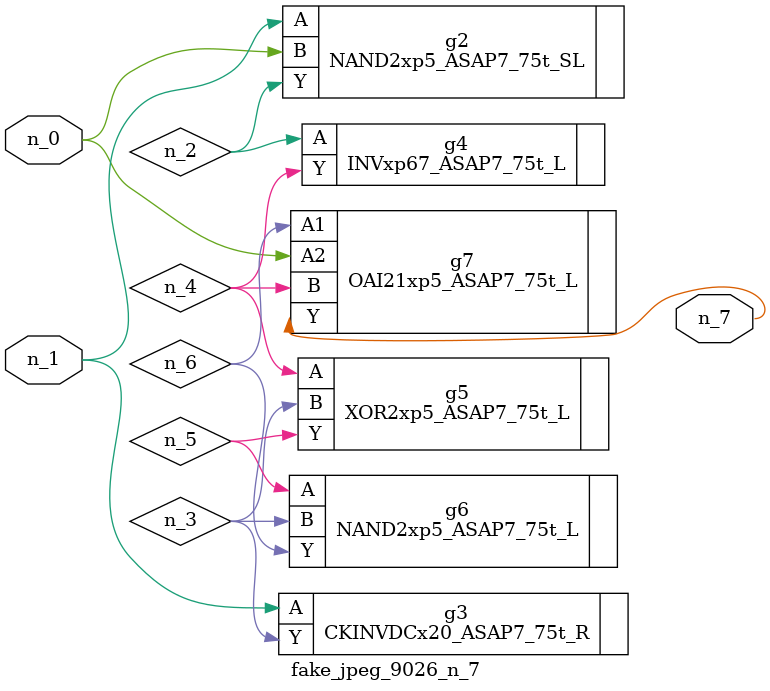
<source format=v>
module fake_jpeg_9026_n_7 (n_0, n_1, n_7);

input n_0;
input n_1;

output n_7;

wire n_3;
wire n_2;
wire n_4;
wire n_6;
wire n_5;

NAND2xp5_ASAP7_75t_SL g2 ( 
.A(n_1),
.B(n_0),
.Y(n_2)
);

CKINVDCx20_ASAP7_75t_R g3 ( 
.A(n_1),
.Y(n_3)
);

INVxp67_ASAP7_75t_L g4 ( 
.A(n_2),
.Y(n_4)
);

XOR2xp5_ASAP7_75t_L g5 ( 
.A(n_4),
.B(n_3),
.Y(n_5)
);

NAND2xp5_ASAP7_75t_L g6 ( 
.A(n_5),
.B(n_3),
.Y(n_6)
);

OAI21xp5_ASAP7_75t_L g7 ( 
.A1(n_6),
.A2(n_0),
.B(n_4),
.Y(n_7)
);


endmodule
</source>
